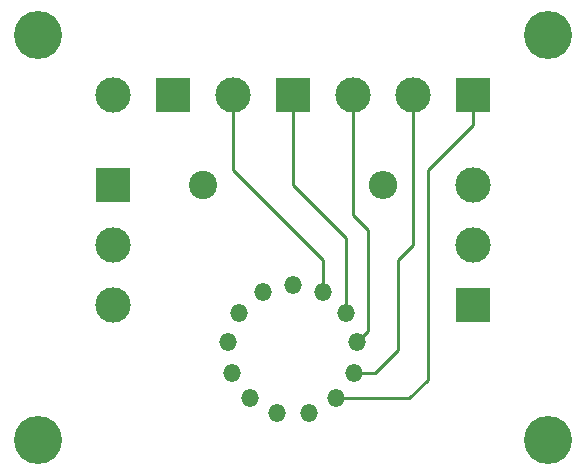
<source format=gbr>
G04 #@! TF.FileFunction,Copper,L2,Bot,Signal*
%FSLAX46Y46*%
G04 Gerber Fmt 4.6, Leading zero omitted, Abs format (unit mm)*
G04 Created by KiCad (PCBNEW 4.0.7) date Tuesday, March 20, 2018 'PMt' 03:31:39 PM*
%MOMM*%
%LPD*%
G01*
G04 APERTURE LIST*
%ADD10C,0.100000*%
%ADD11C,4.064000*%
%ADD12R,3.000000X3.000000*%
%ADD13C,3.000000*%
%ADD14O,1.500000X1.500000*%
%ADD15C,2.400000*%
%ADD16O,2.400000X2.400000*%
%ADD17C,0.250000*%
G04 APERTURE END LIST*
D10*
D11*
X130810000Y-58420000D03*
X130810000Y-92710000D03*
X173990000Y-92710000D03*
D12*
X137160000Y-71120000D03*
D13*
X137160000Y-76200000D03*
X137160000Y-81280000D03*
D12*
X167640000Y-81280000D03*
D13*
X167640000Y-76200000D03*
X167640000Y-71120000D03*
D12*
X167640000Y-63500000D03*
D13*
X162560000Y-63500000D03*
X157480000Y-63500000D03*
D12*
X152400000Y-63500000D03*
D13*
X147320000Y-63500000D03*
D12*
X142240000Y-63500000D03*
D13*
X137160000Y-63500000D03*
D14*
X152400000Y-79590000D03*
X149844023Y-80219992D03*
X147873589Y-81965644D03*
X146940102Y-84427049D03*
X147257411Y-87040326D03*
X148752826Y-89206809D03*
X151083764Y-90430179D03*
X153716236Y-90430179D03*
X156047174Y-89206809D03*
X157542589Y-87040326D03*
X157859898Y-84427049D03*
X156926411Y-81965644D03*
X154955977Y-80219992D03*
D15*
X144780000Y-71120000D03*
D16*
X160020000Y-71120000D03*
D11*
X173990000Y-58420000D03*
D17*
X167640000Y-63500000D02*
X167640000Y-66040000D01*
X162253191Y-89206809D02*
X156047174Y-89206809D01*
X163830000Y-87630000D02*
X162253191Y-89206809D01*
X163830000Y-69850000D02*
X163830000Y-87630000D01*
X167640000Y-66040000D02*
X163830000Y-69850000D01*
X162560000Y-63500000D02*
X162560000Y-76200000D01*
X159339674Y-87040326D02*
X157542589Y-87040326D01*
X161290000Y-85090000D02*
X159339674Y-87040326D01*
X161290000Y-77470000D02*
X161290000Y-85090000D01*
X162560000Y-76200000D02*
X161290000Y-77470000D01*
X157480000Y-63500000D02*
X157480000Y-73660000D01*
X158750000Y-83536947D02*
X157859898Y-84427049D01*
X158750000Y-74930000D02*
X158750000Y-83536947D01*
X157480000Y-73660000D02*
X158750000Y-74930000D01*
X152400000Y-63500000D02*
X152400000Y-71120000D01*
X156926411Y-75646411D02*
X156926411Y-81965644D01*
X152400000Y-71120000D02*
X156926411Y-75646411D01*
X147320000Y-63500000D02*
X147320000Y-69850000D01*
X154955977Y-77485977D02*
X154955977Y-80219992D01*
X147320000Y-69850000D02*
X154955977Y-77485977D01*
M02*

</source>
